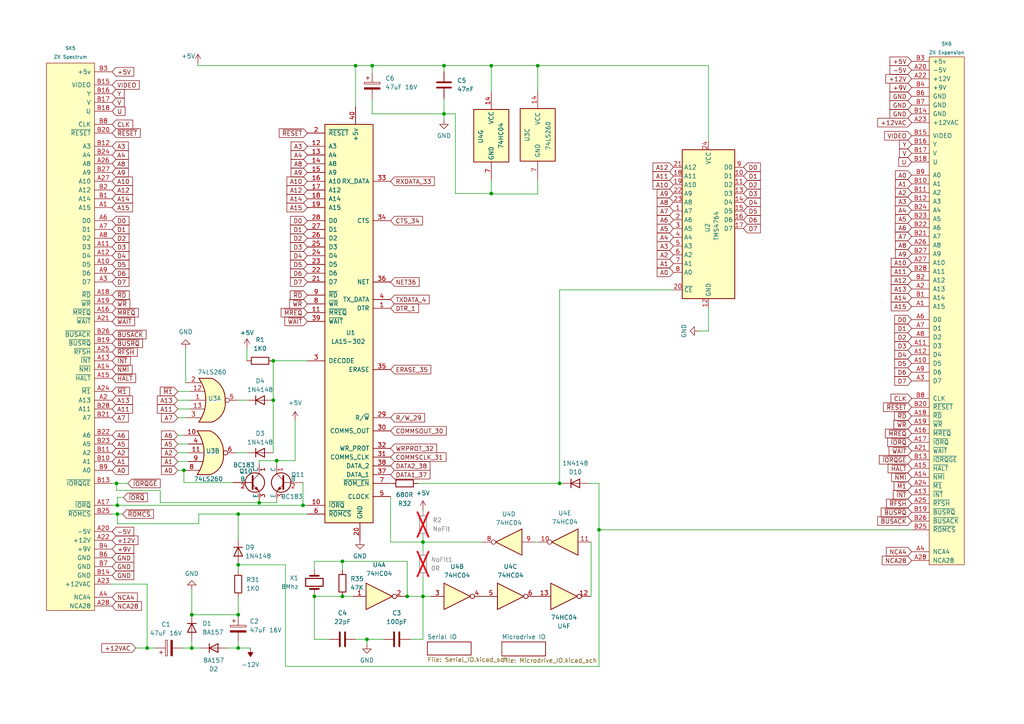
<source format=kicad_sch>
(kicad_sch (version 20230121) (generator eeschema)
  (paper "A4")
  (title_block (title "ZX Interface 1 Schematic") (date "2023-10-30") (rev "1.0"))
  (lib_symbols
    (symbol "74LS260:74LS260" (pin_names (offset 1.016))
      (property "Reference" "U" (at -2.54 5.08 0))
      (property "Value" "74LS260" (at -1.27 2.54 0))
      (symbol "74LS260_1_1"
        (pin input line (at -6.35 0 0) (length 4.5) (name "~") (number "1"))
        (pin input line (at -6.35 2.54 0) (length 4.318) (name "~") (number "12"))
        (pin input line (at -6.35 -2.54 0) (length 4.318) (name "~") (number "13"))
        (pin input line (at -7.62 5.08 0) (length 4.5) (name "~") (number "2"))
        (pin input line (at -7.62 -5.08 0) (length 4.5) (name "~") (number "3"))
        (pin output inverted (at 7.62 0 180) (length 3.81) (name "~") (number "5"))
      )
      (symbol "74LS260_2_1"
        (pin input line (at -7.62 3.81 0) (length 4.5) (name "~") (number "10"))
        (pin input line (at -6.35 -1.27 0) (length 4.5) (name "~") (number "11"))
        (pin input line (at -6.35 1.27 0) (length 4.318) (name "~") (number "4"))
        (pin output inverted (at 7.62 -1.27 180) (length 3.81) (name "~") (number "6"))
        (pin input line (at -7.62 -6.35 0) (length 4.5) (name "~") (number "8"))
        (pin input line (at -6.35 -3.81 0) (length 4.318) (name "~") (number "9"))
      )
      (symbol "74LS260_3_0"
        (pin power_in line (at -1.27 16.51 270) (length 5.08) (name "VCC") (number "14"))
        (pin power_in line (at -1.27 -8.89 90) (length 5.08) (name "GND") (number "7"))
      )
    )
    (symbol "74xx:74HC04"
      (property "Reference" "U" (at 0 1.27 0))
      (property "Value" "74HC04" (at 0 -1.27 0))
      (symbol "74HC04_1_0"
        (pin input line (at -7.62 0 0) (length 3.81) (name "~") (number "1"))
        (pin output inverted (at 7.62 0 180) (length 3.81) (name "~") (number "2"))
      )
      (symbol "74HC04_2_0"
        (pin input line (at -7.62 0 0) (length 3.81) (name "~") (number "3"))
        (pin output inverted (at 7.62 0 180) (length 3.81) (name "~") (number "4"))
      )
      (symbol "74HC04_3_0"
        (pin input line (at -7.62 0 0) (length 3.81) (name "~") (number "5"))
        (pin output inverted (at 7.62 0 180) (length 3.81) (name "~") (number "6"))
      )
      (symbol "74HC04_4_0"
        (pin output inverted (at 7.62 0 180) (length 3.81) (name "~") (number "8"))
        (pin input line (at -7.62 0 0) (length 3.81) (name "~") (number "9"))
      )
      (symbol "74HC04_5_0"
        (pin output inverted (at 7.62 0 180) (length 3.81) (name "~") (number "10"))
        (pin input line (at -7.62 0 0) (length 3.81) (name "~") (number "11"))
      )
      (symbol "74HC04_6_0"
        (pin output inverted (at 7.62 0 180) (length 3.81) (name "~") (number "12"))
        (pin input line (at -7.62 0 0) (length 3.81) (name "~") (number "13"))
      )
      (symbol "74HC04_7_0"
        (pin power_in line (at 0 12.7 270) (length 5.08) (name "VCC") (number "14"))
        (pin power_in line (at 0 -12.7 90) (length 5.08) (name "GND") (number "7"))
      )
    )
    (symbol "Device:C" (pin_numbers hide) (pin_names (offset 0.254))
      (property "Reference" "C" (at 0.635 2.54 0))
      (property "Value" "C" (at 0.635 -2.54 0))
      (symbol "C_1_1"
        (pin passive line (at 0 3.81 270) (length 2.794) (name "~") (number "1"))
        (pin passive line (at 0 -3.81 90) (length 2.794) (name "~") (number "2"))
      )
    )
    (symbol "Device:C_Polarized" (pin_numbers hide) (pin_names (offset 0.254))
      (property "Reference" "C" (at 0.635 2.54 0))
      (property "Value" "C_Polarized" (at 0.635 -2.54 0))
      (symbol "C_Polarized_1_1"
        (pin passive line (at 0 3.81 270) (length 2.794) (name "~") (number "1"))
        (pin passive line (at 0 -3.81 90) (length 2.794) (name "~") (number "2"))
      )
    )
    (symbol "Device:Crystal" (pin_numbers hide) (pin_names (offset 1.016) hide)
      (property "Reference" "Y" (at 0 3.81 0))
      (property "Value" "Crystal" (at 0 -3.81 0))
      (symbol "Crystal_1_1"
        (pin passive line (at -3.81 0 0) (length 1.27) (name "1") (number "1"))
        (pin passive line (at 3.81 0 180) (length 1.27) (name "2") (number "2"))
      )
    )
    (symbol "Device:Q_NPN_CBE" (pin_names (offset 0))
      (property "Reference" "Q" (at 5.08 1.27 0))
      (property "Value" "Q_NPN_CBE" (at 5.08 -1.27 0))
      (symbol "Q_NPN_CBE_1_1"
        (pin passive line (at 2.54 5.08 270) (length 2.54) (name "C") (number "1"))
        (pin input line (at -5.08 0 0) (length 5.715) (name "B") (number "2"))
        (pin passive line (at 2.54 -5.08 90) (length 2.54) (name "E") (number "3"))
      )
    )
    (symbol "Device:R" (pin_numbers hide) (pin_names (offset 0))
      (property "Reference" "R" (at 2.032 0 90))
      (property "Value" "R" (at 0 0 90))
      (symbol "R_1_1"
        (pin passive line (at 0 3.81 270) (length 1.27) (name "~") (number "1"))
        (pin passive line (at 0 -3.81 90) (length 1.27) (name "~") (number "2"))
      )
    )
    (symbol "Diode:1N4148" (pin_numbers hide) (pin_names hide)
      (property "Reference" "D" (at 0 2.54 0))
      (property "Value" "1N4148" (at 0 -2.54 0))
      (symbol "1N4148_1_1"
        (pin passive line (at -3.81 0 0) (length 2.54) (name "K") (number "1"))
        (pin passive line (at 3.81 0 180) (length 2.54) (name "A") (number "2"))
      )
    )
    (symbol "Diode:BA157" (pin_numbers hide) (pin_names hide)
      (property "Reference" "D" (at 0 2.54 0))
      (property "Value" "BA157" (at 0 -2.54 0))
      (symbol "BA157_1_1"
        (pin passive line (at -3.81 0 0) (length 2.54) (name "K") (number "1"))
        (pin passive line (at 3.81 0 180) (length 2.54) (name "A") (number "2"))
      )
    )
    (symbol "LA15-302:LA15-302" (pin_names (offset 1.016))
      (property "Reference" "U" (at 7.62 88.9 0))
      (property "Value" "LA15-302" (at 6.35 20.32 0))
      (symbol "LA15-302_1_1"
        (pin bidirectional line (at 22.86 29.21 180) (length 5.08) (name "DTR") (number "1"))
        (pin input line (at -1.27 -27.94 0) (length 5.08) (name "~{IORQ}") (number "10"))
        (pin bidirectional line (at -1.27 27.94 0) (length 5.08) (name "~{MREQ}") (number "11"))
        (pin tri_state line (at -1.27 76.2 0) (length 5.08) (name "A3") (number "12"))
        (pin tri_state line (at -1.27 73.66 0) (length 5.08) (name "A4") (number "13"))
        (pin tri_state line (at -1.27 71.12 0) (length 5.08) (name "A8") (number "14"))
        (pin tri_state line (at -1.27 68.58 0) (length 5.08) (name "A9") (number "15"))
        (pin tri_state line (at -1.27 66.04 0) (length 5.08) (name "A10") (number "16"))
        (pin tri_state line (at -1.27 63.5 0) (length 5.08) (name "A12") (number "17"))
        (pin tri_state line (at -1.27 60.96 0) (length 5.08) (name "A14") (number "18"))
        (pin tri_state line (at -1.27 58.42 0) (length 5.08) (name "A15") (number "19"))
        (pin input line (at -1.27 80.01 0) (length 5.08) (name "~{RESET}") (number "2"))
        (pin power_in line (at 13.97 -38.1 90) (length 5.08) (name "GND") (number "20"))
        (pin tri_state line (at -1.27 36.83 0) (length 5.08) (name "D7") (number "21"))
        (pin tri_state line (at -1.27 39.37 0) (length 5.08) (name "D6") (number "22"))
        (pin tri_state line (at -1.27 41.91 0) (length 5.08) (name "D5") (number "23"))
        (pin tri_state line (at -1.27 44.45 0) (length 5.08) (name "D4") (number "24"))
        (pin tri_state line (at -1.27 46.99 0) (length 5.08) (name "D3") (number "25"))
        (pin tri_state line (at -1.27 49.53 0) (length 5.08) (name "D2") (number "26"))
        (pin tri_state line (at -1.27 52.07 0) (length 5.08) (name "D1") (number "27"))
        (pin tri_state line (at -1.27 54.61 0) (length 5.08) (name "D0") (number "28"))
        (pin bidirectional line (at 22.86 -2.54 180) (length 5.08) (name "R/~{W}") (number "29"))
        (pin input line (at -1.27 13.97 0) (length 5.08) (name "DECODE") (number "3"))
        (pin output line (at 22.86 -6.35 180) (length 5.08) (name "COMMS_OUT") (number "30"))
        (pin bidirectional line (at 22.86 -13.97 180) (length 5.08) (name "COMMS_CLK") (number "31"))
        (pin bidirectional line (at 22.86 -11.43 180) (length 5.08) (name "WR_PROT") (number "32"))
        (pin bidirectional line (at 22.86 66.04 180) (length 5.08) (name "RX_DATA") (number "33"))
        (pin bidirectional line (at 22.86 54.61 180) (length 5.08) (name "CTS") (number "34"))
        (pin output line (at 22.86 11.43 180) (length 5.08) (name "ERASE") (number "35"))
        (pin bidirectional line (at 22.86 36.83 180) (length 5.08) (name "NET") (number "36"))
        (pin bidirectional line (at 22.86 -19.05 180) (length 5.08) (name "DATA_1") (number "37"))
        (pin bidirectional line (at 22.86 -16.51 180) (length 5.08) (name "DATA_2") (number "38"))
        (pin input line (at -1.27 25.4 0) (length 5.08) (name "~{WAIT}") (number "39"))
        (pin bidirectional line (at 22.86 31.75 180) (length 5.08) (name "TX_DATA") (number "4"))
        (pin power_in line (at 12.7 87.63 270) (length 5.08) (name "+5v") (number "40"))
        (pin input line (at 22.86 -25.4 180) (length 5.08) (name "CLOCK") (number "5"))
        (pin output line (at -1.27 -30.48 0) (length 5.08) (name "~{ROMCS}") (number "6"))
        (pin input line (at 22.86 -21.59 180) (length 5.08) (name "~{ROM_EN}") (number "7"))
        (pin bidirectional line (at -1.27 30.48 0) (length 5.08) (name "~{WR}") (number "8"))
        (pin bidirectional line (at -1.27 33.02 0) (length 5.08) (name "~{RD}") (number "9"))
      )
    )
    (symbol "Q_NPN_CBE_1" (pin_names (offset 0))
      (property "Reference" "Q" (at 5.08 1.27 0))
      (property "Value" "Q_NPN_CBE" (at 5.08 -1.27 0))
      (symbol "Q_NPN_CBE_1_1_1"
        (pin passive line (at 2.54 5.08 270) (length 2.54) (name "C") (number "1"))
        (pin input line (at -5.08 0 0) (length 5.715) (name "B") (number "2"))
        (pin passive line (at 2.54 -5.08 90) (length 2.54) (name "E") (number "3"))
      )
    )
    (symbol "R_1" (pin_numbers hide) (pin_names (offset 0) hide)
      (property "Reference" "R" (at 2.032 0 90))
      (property "Value" "R" (at 0 0 90))
      (symbol "R_1_1_1"
        (pin passive line (at 0 3.81 270) (length 1.27) (name "~") (number "1"))
        (pin passive line (at 0 -3.81 90) (length 1.27) (name "~") (number "2"))
      )
    )
    (symbol "TMS4764:TMS4764"
      (property "Reference" "U" (at -7.62 24.13 0))
      (property "Value" "TMS4764" (at -1.27 -2.54 0))
      (symbol "TMS4764_1_1"
        (pin input line (at -10.16 7.62 0) (length 2.54) (name "A7") (number "1"))
        (pin tri_state line (at 10.16 17.78 180) (length 2.54) (name "D1") (number "10"))
        (pin tri_state line (at 10.16 15.24 180) (length 2.54) (name "D2") (number "11"))
        (pin power_in line (at 0 -20.32 90) (length 2.54) (name "GND") (number "12"))
        (pin tri_state line (at 10.16 12.7 180) (length 2.54) (name "D3") (number "13"))
        (pin tri_state line (at 10.16 10.16 180) (length 2.54) (name "D4") (number "14"))
        (pin tri_state line (at 10.16 7.62 180) (length 2.54) (name "D5") (number "15"))
        (pin tri_state line (at 10.16 5.08 180) (length 2.54) (name "D6") (number "16"))
        (pin tri_state line (at 10.16 2.54 180) (length 2.54) (name "D7") (number "17"))
        (pin input line (at -10.16 17.78 0) (length 2.54) (name "A11") (number "18"))
        (pin input line (at -10.16 15.24 0) (length 2.54) (name "A10") (number "19"))
        (pin input line (at -10.16 5.08 0) (length 2.54) (name "A6") (number "2"))
        (pin input line (at -10.16 -15.24 0) (length 2.54) (name "~{CE}") (number "20"))
        (pin input line (at -10.16 20.32 0) (length 2.54) (name "A12") (number "21"))
        (pin input line (at -10.16 12.7 0) (length 2.54) (name "A9") (number "22"))
        (pin input line (at -10.16 10.16 0) (length 2.54) (name "A8") (number "23"))
        (pin power_in line (at 0 27.94 270) (length 2.54) (name "VCC") (number "24"))
        (pin input line (at -10.16 2.54 0) (length 2.54) (name "A5") (number "3"))
        (pin input line (at -10.16 0 0) (length 2.54) (name "A4") (number "4"))
        (pin input line (at -10.16 -2.54 0) (length 2.54) (name "A3") (number "5"))
        (pin input line (at -10.16 -5.08 0) (length 2.54) (name "A2") (number "6"))
        (pin input line (at -10.16 -7.62 0) (length 2.54) (name "A1") (number "7"))
        (pin input line (at -10.16 -10.16 0) (length 2.54) (name "A0") (number "8"))
        (pin tri_state line (at 10.16 20.32 180) (length 2.54) (name "D0") (number "9"))
      )
    )
    (symbol "ZXIF1Expansion2:expansion_port_2" (pin_names (offset 1.016))
      (property "Reference" "SK" (at 12.7 86.36 0))
      (property "Value" "ZX Spectrum" (at 12.7 83.82 0))
      (symbol "expansion_port_2_1_1"
        (pin tri_state line (at 22.86 10.16 180) (length 5.08) (name "A15") (number "A1"))
        (pin bidirectional line (at 22.86 -6.35 180) (length 5.08) (name "D5") (number "A10"))
        (pin bidirectional line (at 22.86 -1.27 180) (length 5.08) (name "D3") (number "A11"))
        (pin bidirectional line (at 22.86 -3.81 180) (length 5.08) (name "D4") (number "A12"))
        (pin input line (at 22.86 -44.45 180) (length 5.08) (name "~{INT}") (number "A13"))
        (pin input line (at 22.86 -39.37 180) (length 5.08) (name "~{NMI}") (number "A14"))
        (pin input line (at 22.86 -36.83 180) (length 5.08) (name "~{HALT}") (number "A15"))
        (pin output line (at 22.86 -26.67 180) (length 5.08) (name "~{MREQ}") (number "A16"))
        (pin output line (at 22.86 -29.21 180) (length 5.08) (name "~{IORQ}") (number "A17"))
        (pin output line (at 22.86 -21.59 180) (length 5.08) (name "~{RD}") (number "A18"))
        (pin output line (at 22.86 -24.13 180) (length 5.08) (name "~{WR}") (number "A19"))
        (pin tri_state line (at 22.86 15.24 180) (length 5.08) (name "A13") (number "A2"))
        (pin power_out line (at 22.86 78.74 180) (length 5.08) (name "-5V") (number "A20"))
        (pin input line (at 22.86 -31.75 180) (length 5.08) (name "~{WAIT}") (number "A21"))
        (pin power_out line (at 22.86 76.2 180) (length 5.08) (name "+12V") (number "A22"))
        (pin power_out line (at 22.86 63.5 180) (length 5.08) (name "+12VAC") (number "A23"))
        (pin output line (at 22.86 -41.91 180) (length 5.08) (name "~{M1}") (number "A24"))
        (pin input line (at 22.86 -46.99 180) (length 5.08) (name "~{RFSH}") (number "A25"))
        (pin tri_state line (at 22.86 27.94 180) (length 5.08) (name "A8") (number "A26"))
        (pin tri_state line (at 22.86 22.86 180) (length 5.08) (name "A10") (number "A27"))
        (pin bidirectional line (at 22.86 -63.5 180) (length 5.08) (name "NCA28") (number "A28"))
        (pin bidirectional line (at 22.86 -11.43 180) (length 5.08) (name "D7") (number "A3"))
        (pin bidirectional line (at 22.86 -60.96 180) (length 5.08) (name "NCA4") (number "A4"))
        (pin bidirectional line (at 22.86 6.35 180) (length 5.08) (name "D0") (number "A6"))
        (pin bidirectional line (at 22.86 3.81 180) (length 5.08) (name "D1") (number "A7"))
        (pin bidirectional line (at 22.86 1.27 180) (length 5.08) (name "D2") (number "A8"))
        (pin bidirectional line (at 22.86 -8.89 180) (length 5.08) (name "D6") (number "A9"))
        (pin tri_state line (at 22.86 12.7 180) (length 5.08) (name "A14") (number "B1"))
        (pin tri_state line (at 22.86 45.72 180) (length 5.08) (name "A1") (number "B10"))
        (pin tri_state line (at 22.86 43.18 180) (length 5.08) (name "A2") (number "B11"))
        (pin tri_state line (at 22.86 40.64 180) (length 5.08) (name "A3") (number "B12"))
        (pin input line (at 22.86 -34.29 180) (length 5.08) (name "~{IORQGE}") (number "B13"))
        (pin power_out line (at 22.86 66.04 180) (length 5.08) (name "GND") (number "B14"))
        (pin input line (at 22.86 59.69 180) (length 5.08) (name "VIDEO") (number "B15"))
        (pin input line (at 22.86 57.15 180) (length 5.08) (name "Y") (number "B16"))
        (pin input line (at 22.86 54.61 180) (length 5.08) (name "V") (number "B17"))
        (pin input line (at 22.86 52.07 180) (length 5.08) (name "U") (number "B18"))
        (pin passive line (at 22.86 -49.53 180) (length 5.08) (name "~{BUSRQ}") (number "B19"))
        (pin tri_state line (at 22.86 17.78 180) (length 5.08) (name "A12") (number "B2"))
        (pin passive line (at 22.86 -19.05 180) (length 5.08) (name "~{RESET}") (number "B20"))
        (pin tri_state line (at 22.86 30.48 180) (length 5.08) (name "A7") (number "B21"))
        (pin tri_state line (at 22.86 33.02 180) (length 5.08) (name "A6") (number "B22"))
        (pin tri_state line (at 22.86 35.56 180) (length 5.08) (name "A5") (number "B23"))
        (pin tri_state line (at 22.86 38.1 180) (length 5.08) (name "A4") (number "B24"))
        (pin input line (at 22.86 -54.61 180) (length 5.08) (name "~{ROMCS}") (number "B25"))
        (pin input line (at 22.86 -52.07 180) (length 5.08) (name "~{BUSACK}") (number "B26"))
        (pin tri_state line (at 22.86 25.4 180) (length 5.08) (name "A9") (number "B27"))
        (pin tri_state line (at 22.86 20.32 180) (length 5.08) (name "A11") (number "B28"))
        (pin power_out line (at 22.86 81.28 180) (length 5.08) (name "+5v") (number "B3"))
        (pin power_out line (at 22.86 73.66 180) (length 5.08) (name "+9V") (number "B4"))
        (pin power_out line (at 22.86 71.12 180) (length 5.08) (name "GND") (number "B6"))
        (pin power_out line (at 22.86 68.58 180) (length 5.08) (name "GND") (number "B7"))
        (pin output line (at 22.86 -16.51 180) (length 5.08) (name "CLK") (number "B8"))
        (pin tri_state line (at 22.86 48.26 180) (length 5.08) (name "A0") (number "B9"))
      )
    )
    (symbol "ZXSpectrumPort:Spectrum_port" (pin_names (offset 1.016))
      (property "Reference" "SK" (at 8.89 86.868 0))
      (property "Value" "ZX Spectrum" (at 8.89 84.328 0))
      (symbol "Spectrum_port_1_1"
        (pin tri_state line (at 22.86 40.64 180) (length 5.08) (name "A15") (number "A1"))
        (pin bidirectional line (at 22.86 24.13 180) (length 5.08) (name "D5") (number "A10"))
        (pin bidirectional line (at 22.86 29.21 180) (length 5.08) (name "D3") (number "A11"))
        (pin bidirectional line (at 22.86 26.67 180) (length 5.08) (name "D4") (number "A12"))
        (pin input line (at 22.86 -3.81 180) (length 5.08) (name "~{INT}") (number "A13"))
        (pin input line (at 22.86 -6.35 180) (length 5.08) (name "~{NMI}") (number "A14"))
        (pin input line (at 22.86 -8.89 180) (length 5.08) (name "~{HALT}") (number "A15"))
        (pin output line (at 22.86 10.16 180) (length 5.08) (name "~{MREQ}") (number "A16"))
        (pin output line (at 22.86 -45.72 180) (length 5.08) (name "~{IORQ}") (number "A17"))
        (pin output line (at 22.86 15.24 180) (length 5.08) (name "~{RD}") (number "A18"))
        (pin output line (at 22.86 12.7 180) (length 5.08) (name "~{WR}") (number "A19"))
        (pin tri_state line (at 22.86 -15.24 180) (length 5.08) (name "A13") (number "A2"))
        (pin power_out line (at 22.86 -53.34 180) (length 5.08) (name "-5V") (number "A20"))
        (pin input line (at 22.86 7.62 180) (length 5.08) (name "~{WAIT}") (number "A21"))
        (pin power_out line (at 22.86 -55.88 180) (length 5.08) (name "+12V") (number "A22"))
        (pin power_out line (at 22.86 -68.58 180) (length 5.08) (name "+12VAC") (number "A23"))
        (pin output line (at 22.86 -12.7 180) (length 5.08) (name "~{M1}") (number "A24"))
        (pin input line (at 22.86 -1.27 180) (length 5.08) (name "~{RFSH}") (number "A25"))
        (pin tri_state line (at 22.86 53.34 180) (length 5.08) (name "A8") (number "A26"))
        (pin tri_state line (at 22.86 48.26 180) (length 5.08) (name "A10") (number "A27"))
        (pin passive line (at 22.86 -74.93 180) (length 5.08) (name "NCA28") (number "A28"))
        (pin bidirectional line (at 22.86 19.05 180) (length 5.08) (name "D7") (number "A3"))
        (pin passive line (at 22.86 -72.39 180) (length 5.08) (name "NCA4") (number "A4"))
        (pin bidirectional line (at 22.86 36.83 180) (length 5.08) (name "D0") (number "A6"))
        (pin bidirectional line (at 22.86 34.29 180) (length 5.08) (name "D1") (number "A7"))
        (pin bidirectional line (at 22.86 31.75 180) (length 5.08) (name "D2") (number "A8"))
        (pin bidirectional line (at 22.86 21.59 180) (length 5.08) (name "D6") (number "A9"))
        (pin tri_state line (at 22.86 43.18 180) (length 5.08) (name "A14") (number "B1"))
        (pin tri_state line (at 22.86 -33.02 180) (length 5.08) (name "A1") (number "B10"))
        (pin tri_state line (at 22.86 -30.48 180) (length 5.08) (name "A2") (number "B11"))
        (pin tri_state line (at 22.86 58.42 180) (length 5.08) (name "A3") (number "B12"))
        (pin input line (at 22.86 -39.37 180) (length 5.08) (name "~{IORQGE}") (number "B13"))
        (pin passive line (at 22.86 -66.04 180) (length 5.08) (name "GND") (number "B14"))
        (pin input line (at 22.86 76.2 180) (length 5.08) (name "VIDEO") (number "B15"))
        (pin input line (at 22.86 73.66 180) (length 5.08) (name "Y") (number "B16"))
        (pin input line (at 22.86 71.12 180) (length 5.08) (name "V") (number "B17"))
        (pin input line (at 22.86 68.58 180) (length 5.08) (name "U") (number "B18"))
        (pin passive line (at 22.86 1.27 180) (length 5.08) (name "~{BUSRQ}") (number "B19"))
        (pin tri_state line (at 22.86 45.72 180) (length 5.08) (name "A12") (number "B2"))
        (pin passive line (at 22.86 62.23 180) (length 5.08) (name "~{RESET}") (number "B20"))
        (pin tri_state line (at 22.86 -20.32 180) (length 5.08) (name "A7") (number "B21"))
        (pin tri_state line (at 22.86 -25.4 180) (length 5.08) (name "A6") (number "B22"))
        (pin tri_state line (at 22.86 -27.94 180) (length 5.08) (name "A5") (number "B23"))
        (pin tri_state line (at 22.86 55.88 180) (length 5.08) (name "A4") (number "B24"))
        (pin input line (at 22.86 -48.26 180) (length 5.08) (name "~{ROMCS}") (number "B25"))
        (pin input line (at 22.86 3.81 180) (length 5.08) (name "~{BUSACK}") (number "B26"))
        (pin tri_state line (at 22.86 50.8 180) (length 5.08) (name "A9") (number "B27"))
        (pin tri_state line (at 22.86 -17.78 180) (length 5.08) (name "A11") (number "B28"))
        (pin power_out line (at 22.86 80.01 180) (length 5.08) (name "+5v") (number "B3"))
        (pin power_out line (at 22.86 -58.42 180) (length 5.08) (name "+9V") (number "B4"))
        (pin power_out line (at 22.86 -60.96 180) (length 5.08) (name "GND") (number "B6"))
        (pin passive line (at 22.86 -63.5 180) (length 5.08) (name "GND") (number "B7"))
        (pin output line (at 22.86 64.77 180) (length 5.08) (name "CLK") (number "B8"))
        (pin tri_state line (at 22.86 -35.56 180) (length 5.08) (name "A0") (number "B9"))
      )
    )
    (symbol "power:+5V" (power) (pin_names (offset 0))
      (property "Value" "+5V" (at 0 3.556 0))
      (symbol "+5V_1_1"
        (pin power_in line (at 0 0 90) (length 0) hide (name "+5V") (number "1"))
      )
    )
    (symbol "power:-12V" (power) (pin_names (offset 0))
      (property "Value" "-12V" (at 0 3.81 0))
      (symbol "-12V_0_0"
        (pin power_in line (at 0 0 90) (length 0) hide (name "-12V") (number "1"))
      )
    )
    (symbol "power:GND" (power) (pin_names (offset 0))
      (property "Value" "GND" (at 0 -3.81 0))
      (symbol "GND_1_1"
        (pin power_in line (at 0 0 270) (length 0) hide (name "GND") (number "1"))
      )
    )
  )
  (junction (at 162.306 140.208))
  (junction (at 128.778 19.05))
  (junction (at 53.34 136.398))
  (junction (at 142.494 56.134))
  (junction (at 99.314 172.974))
  (junction (at 75.184 145.796))
  (junction (at 80.264 133.604))
  (junction (at 33.782 140.208))
  (junction (at 118.11 172.974))
  (junction (at 79.248 104.648))
  (junction (at 69.088 187.96))
  (junction (at 128.778 33.02))
  (junction (at 87.884 146.558))
  (junction (at 91.186 172.974))
  (junction (at 42.672 187.96))
  (junction (at 34.036 146.558))
  (junction (at 107.95 19.05))
  (junction (at 55.626 187.96))
  (junction (at 34.036 149.098))
  (junction (at 122.682 157.226))
  (junction (at 142.494 19.05))
  (junction (at 173.736 153.67))
  (junction (at 79.248 116.078))
  (junction (at 69.088 178.308))
  (junction (at 55.626 178.308))
  (junction (at 106.426 185.42))
  (junction (at 103.124 19.05))
  (junction (at 122.682 172.974))
  (junction (at 99.314 162.814))
  (junction (at 69.088 163.83))
  (junction (at 155.956 19.05))
  (junction (at 69.088 149.098))
  (wire (pts (xy 46.482 145.796) (xy 75.184 145.796)))
  (wire (pts (xy 91.186 172.974) (xy 91.186 172.72)))
  (wire (pts (xy 122.682 172.974) (xy 122.682 185.42)))
  (wire (pts (xy 128.778 28.448) (xy 128.778 33.02)))
  (wire (pts (xy 57.404 19.05) (xy 103.124 19.05)))
  (wire (pts (xy 57.658 149.098) (xy 57.658 151.892)))
  (wire (pts (xy 32.512 169.418) (xy 42.672 169.418)))
  (wire (pts (xy 69.088 186.182) (xy 69.088 187.96)))
  (wire (pts (xy 107.95 33.02) (xy 107.95 28.702)))
  (wire (pts (xy 128.778 19.05) (xy 142.494 19.05)))
  (wire (pts (xy 103.124 19.05) (xy 103.124 30.988)))
  (wire (pts (xy 103.124 185.42) (xy 106.426 185.42)))
  (wire (pts (xy 122.682 167.386) (xy 122.682 172.974)))
  (wire (pts (xy 42.672 187.96) (xy 45.212 187.96)))
  (wire (pts (xy 128.778 19.05) (xy 128.778 20.828)))
  (wire (pts (xy 173.736 153.67) (xy 264.414 153.67)))
  (wire (pts (xy 171.45 157.226) (xy 171.45 172.974)))
  (wire (pts (xy 34.036 151.892) (xy 34.036 149.098)))
  (wire (pts (xy 155.702 172.974) (xy 155.956 172.974)))
  (wire (pts (xy 91.186 162.814) (xy 91.186 165.1)))
  (wire (pts (xy 142.494 56.134) (xy 132.08 56.134)))
  (wire (pts (xy 34.036 146.558) (xy 87.884 146.558)))
  (wire (pts (xy 106.426 186.944) (xy 106.426 185.42)))
  (wire (pts (xy 71.628 100.838) (xy 71.628 104.648)))
  (wire (pts (xy 65.786 187.96) (xy 69.088 187.96)))
  (wire (pts (xy 173.736 153.67) (xy 173.736 193.294)))
  (wire (pts (xy 132.08 33.02) (xy 128.778 33.02)))
  (wire (pts (xy 75.184 133.604) (xy 80.264 133.604)))
  (wire (pts (xy 117.602 172.974) (xy 118.11 172.974)))
  (wire (pts (xy 55.118 113.538) (xy 51.562 113.538)))
  (wire (pts (xy 128.778 34.798) (xy 128.778 33.02)))
  (wire (pts (xy 34.036 144.272) (xy 34.036 146.558)))
  (wire (pts (xy 140.208 172.974) (xy 140.462 172.974)))
  (wire (pts (xy 51.562 131.318) (xy 54.61 131.318)))
  (wire (pts (xy 53.848 101.092) (xy 53.848 110.998)))
  (wire (pts (xy 42.672 169.418) (xy 42.672 187.96)))
  (wire (pts (xy 82.804 193.294) (xy 173.736 193.294)))
  (wire (pts (xy 91.186 162.814) (xy 99.314 162.814)))
  (wire (pts (xy 55.626 187.96) (xy 58.166 187.96)))
  (wire (pts (xy 142.494 56.261) (xy 155.956 56.261)))
  (wire (pts (xy 107.95 19.05) (xy 107.95 21.082)))
  (wire (pts (xy 51.562 118.618) (xy 55.118 118.618)))
  (wire (pts (xy 205.486 89.154) (xy 205.486 96.012)))
  (wire (pts (xy 113.284 140.208) (xy 113.538 140.208)))
  (wire (pts (xy 142.494 56.134) (xy 142.494 52.07)))
  (wire (pts (xy 113.284 157.226) (xy 122.682 157.226)))
  (wire (pts (xy 162.306 84.074) (xy 162.306 140.208)))
  (wire (pts (xy 80.264 145.034) (xy 80.264 145.796)))
  (wire (pts (xy 82.804 193.294) (xy 82.804 163.83)))
  (wire (pts (xy 118.11 172.974) (xy 122.682 172.974)))
  (wire (pts (xy 118.872 185.42) (xy 122.682 185.42)))
  (wire (pts (xy 33.782 140.208) (xy 33.782 142.24)))
  (wire (pts (xy 34.036 149.098) (xy 32.512 149.098)))
  (wire (pts (xy 91.186 172.974) (xy 99.314 172.974)))
  (wire (pts (xy 69.088 163.83) (xy 69.088 165.608)))
  (wire (pts (xy 205.486 19.05) (xy 155.956 19.05)))
  (wire (pts (xy 75.184 133.604) (xy 75.184 134.874)))
  (wire (pts (xy 80.264 133.604) (xy 85.598 133.604)))
  (wire (pts (xy 170.688 140.208) (xy 173.736 140.208)))
  (wire (pts (xy 69.088 149.098) (xy 89.154 149.098)))
  (wire (pts (xy 91.186 172.974) (xy 91.186 185.42)))
  (wire (pts (xy 162.306 84.074) (xy 195.326 84.074)))
  (wire (pts (xy 79.248 104.648) (xy 89.154 104.648)))
  (wire (pts (xy 113.284 144.018) (xy 113.284 157.226)))
  (wire (pts (xy 39.37 187.96) (xy 42.672 187.96)))
  (wire (pts (xy 52.832 187.96) (xy 55.626 187.96)))
  (wire (pts (xy 69.088 178.308) (xy 69.088 178.562)))
  (wire (pts (xy 69.088 149.098) (xy 69.088 156.21)))
  (wire (pts (xy 82.804 163.83) (xy 69.088 163.83)))
  (wire (pts (xy 87.884 139.954) (xy 87.884 146.558)))
  (wire (pts (xy 51.562 133.858) (xy 54.61 133.858)))
  (wire (pts (xy 69.088 187.96) (xy 72.644 187.96)))
  (wire (pts (xy 142.494 56.261) (xy 142.494 56.134)))
  (wire (pts (xy 91.186 185.42) (xy 95.504 185.42)))
  (wire (pts (xy 53.34 139.954) (xy 67.564 139.954)))
  (wire (pts (xy 118.11 162.814) (xy 118.11 172.974)))
  (wire (pts (xy 162.306 140.208) (xy 163.068 140.208)))
  (wire (pts (xy 132.08 33.02) (xy 132.08 56.134)))
  (wire (pts (xy 99.314 162.814) (xy 99.314 165.354)))
  (wire (pts (xy 173.736 140.208) (xy 173.736 153.67)))
  (wire (pts (xy 51.562 136.398) (xy 53.34 136.398)))
  (wire (pts (xy 155.956 56.261) (xy 155.956 51.816)))
  (wire (pts (xy 80.264 134.874) (xy 80.264 133.604)))
  (wire (pts (xy 102.362 172.974) (xy 99.314 172.974)))
  (wire (pts (xy 122.682 157.226) (xy 122.682 155.956)))
  (wire (pts (xy 107.95 19.05) (xy 128.778 19.05)))
  (wire (pts (xy 122.682 159.766) (xy 122.682 157.226)))
  (wire (pts (xy 57.404 18.288) (xy 57.404 19.05)))
  (wire (pts (xy 121.158 140.208) (xy 162.306 140.208)))
  (wire (pts (xy 32.512 140.208) (xy 33.782 140.208)))
  (wire (pts (xy 51.562 128.778) (xy 54.61 128.778)))
  (wire (pts (xy 33.782 140.208) (xy 37.084 140.208)))
  (wire (pts (xy 46.482 142.24) (xy 46.482 145.796)))
  (wire (pts (xy 75.184 145.034) (xy 75.184 145.796)))
  (wire (pts (xy 142.494 19.05) (xy 142.494 26.67)))
  (wire (pts (xy 34.036 146.558) (xy 32.512 146.558)))
  (wire (pts (xy 155.956 19.05) (xy 142.494 19.05)))
  (wire (pts (xy 155.194 157.226) (xy 156.21 157.226)))
  (wire (pts (xy 107.95 19.05) (xy 103.124 19.05)))
  (wire (pts (xy 107.95 33.02) (xy 128.778 33.02)))
  (wire (pts (xy 55.626 185.928) (xy 55.626 187.96)))
  (wire (pts (xy 122.682 157.226) (xy 139.954 157.226)))
  (wire (pts (xy 79.248 104.648) (xy 79.248 116.078)))
  (wire (pts (xy 205.486 19.05) (xy 205.486 40.894)))
  (wire (pts (xy 171.45 172.974) (xy 171.196 172.974)))
  (wire (pts (xy 35.56 149.098) (xy 34.036 149.098)))
  (wire (pts (xy 122.682 147.828) (xy 122.682 148.336)))
  (wire (pts (xy 57.658 151.892) (xy 34.036 151.892)))
  (wire (pts (xy 51.562 121.158) (xy 53.848 121.158)))
  (wire (pts (xy 155.956 26.416) (xy 155.956 19.05)))
  (wire (pts (xy 122.682 172.974) (xy 124.968 172.974)))
  (wire (pts (xy 35.814 144.272) (xy 34.036 144.272)))
  (wire (pts (xy 55.626 178.308) (xy 69.088 178.308)))
  (wire (pts (xy 55.626 178.308) (xy 55.626 170.942)))
  (wire (pts (xy 69.088 173.228) (xy 69.088 178.308)))
  (wire (pts (xy 57.658 149.098) (xy 69.088 149.098)))
  (wire (pts (xy 33.782 142.24) (xy 46.482 142.24)))
  (wire (pts (xy 85.598 121.92) (xy 85.598 133.604)))
  (wire (pts (xy 51.562 126.238) (xy 53.34 126.238)))
  (wire (pts (xy 68.58 131.318) (xy 71.628 131.318)))
  (wire (pts (xy 75.184 145.796) (xy 80.264 145.796)))
  (wire (pts (xy 205.486 96.012) (xy 202.692 96.012)))
  (wire (pts (xy 99.314 162.814) (xy 118.11 162.814)))
  (wire (pts (xy 79.248 116.078) (xy 79.248 131.318)))
  (wire (pts (xy 53.34 136.398) (xy 53.34 139.954)))
  (wire (pts (xy 69.088 116.078) (xy 71.628 116.078)))
  (wire (pts (xy 106.426 185.42) (xy 111.252 185.42)))
  (wire (pts (xy 55.118 116.078) (xy 51.562 116.078)))
  (wire (pts (xy 87.884 146.558) (xy 89.154 146.558)))
  (global_label "A13" (shape input) (at 264.414 83.82 180) (property "Intersheetrefs" "${INTERSHEET_REFS}" (at 257.9212 83.82 0) (effects (justify right))))
  (global_label "TXDATA_4" (shape input) (at 113.284 86.868 0) (property "Intersheetrefs" "${INTERSHEET_REFS}" (at 125.0382 86.868 0) (effects (justify left))))
  (global_label "~{WAIT}" (shape input) (at 264.414 130.81 180) (property "Intersheetrefs" "${INTERSHEET_REFS}" (at 257.3164 130.81 0) (effects (justify right))))
  (global_label "D0" (shape input) (at 264.414 92.71 180) (property "Intersheetrefs" "${INTERSHEET_REFS}" (at 258.9493 92.71 0) (effects (justify right))))
  (global_label "A3" (shape input) (at 89.154 42.418 180) (property "Intersheetrefs" "${INTERSHEET_REFS}" (at 83.8707 42.418 0) (effects (justify right))))
  (global_label "GND" (shape input) (at 264.414 27.94 180) (property "Intersheetrefs" "${INTERSHEET_REFS}" (at 257.5583 27.94 0) (effects (justify right))))
  (global_label "A12" (shape input) (at 32.512 55.118 0) (property "Intersheetrefs" "${INTERSHEET_REFS}" (at 39.0048 55.118 0) (effects (justify left))))
  (global_label "~{INT}" (shape input) (at 264.414 143.51 180) (property "Intersheetrefs" "${INTERSHEET_REFS}" (at 258.5259 143.51 0) (effects (justify right))))
  (global_label "COMMSOUT_30" (shape input) (at 113.284 124.968 0) (property "Intersheetrefs" "${INTERSHEET_REFS}" (at 129.9972 124.968 0) (effects (justify left))))
  (global_label "U" (shape input) (at 32.512 32.258 0) (property "Intersheetrefs" "${INTERSHEET_REFS}" (at 36.8277 32.258 0) (effects (justify left))))
  (global_label "A8" (shape input) (at 195.326 58.674 180) (property "Intersheetrefs" "${INTERSHEET_REFS}" (at 190.0427 58.674 0) (effects (justify right))))
  (global_label "VIDEO" (shape input) (at 32.512 24.638 0) (property "Intersheetrefs" "${INTERSHEET_REFS}" (at 40.9401 24.638 0) (effects (justify left))))
  (global_label "~{NMI}" (shape input) (at 264.414 138.43 180) (property "Intersheetrefs" "${INTERSHEET_REFS}" (at 258.0421 138.43 0) (effects (justify right))))
  (global_label "GND" (shape input) (at 32.512 166.878 0) (property "Intersheetrefs" "${INTERSHEET_REFS}" (at 39.3677 166.878 0) (effects (justify left))))
  (global_label "A7" (shape input) (at 51.562 121.158 180) (property "Intersheetrefs" "${INTERSHEET_REFS}" (at 46.2787 121.158 0) (effects (justify right))))
  (global_label "A4" (shape input) (at 89.154 44.958 180) (property "Intersheetrefs" "${INTERSHEET_REFS}" (at 83.8707 44.958 0) (effects (justify right))))
  (global_label "+5V" (shape input) (at 32.512 20.828 0) (property "Intersheetrefs" "${INTERSHEET_REFS}" (at 39.3677 20.828 0) (effects (justify left))))
  (global_label "D2" (shape input) (at 215.646 53.594 0) (property "Intersheetrefs" "${INTERSHEET_REFS}" (at 221.1107 53.594 0) (effects (justify left))))
  (global_label "D7" (shape input) (at 32.512 81.788 0) (property "Intersheetrefs" "${INTERSHEET_REFS}" (at 37.9767 81.788 0) (effects (justify left))))
  (global_label "A1" (shape input) (at 264.414 53.34 180) (property "Intersheetrefs" "${INTERSHEET_REFS}" (at 259.1307 53.34 0) (effects (justify right))))
  (global_label "A12" (shape input) (at 264.414 81.28 180) (property "Intersheetrefs" "${INTERSHEET_REFS}" (at 257.9212 81.28 0) (effects (justify right))))
  (global_label "V" (shape input) (at 264.414 44.45 180) (property "Intersheetrefs" "${INTERSHEET_REFS}" (at 260.3402 44.45 0) (effects (justify right))))
  (global_label "A5" (shape input) (at 51.562 128.778 180) (property "Intersheetrefs" "${INTERSHEET_REFS}" (at 46.2787 128.778 0) (effects (justify right))))
  (global_label "A6" (shape input) (at 264.414 66.04 180) (property "Intersheetrefs" "${INTERSHEET_REFS}" (at 259.1307 66.04 0) (effects (justify right))))
  (global_label "~{NMI}" (shape input) (at 32.512 107.188 0) (property "Intersheetrefs" "${INTERSHEET_REFS}" (at 38.8839 107.188 0) (effects (justify left))))
  (global_label "A3" (shape input) (at 32.512 42.418 0) (property "Intersheetrefs" "${INTERSHEET_REFS}" (at 37.7953 42.418 0) (effects (justify left))))
  (global_label "A1" (shape input) (at 195.326 76.454 180) (property "Intersheetrefs" "${INTERSHEET_REFS}" (at 190.0427 76.454 0) (effects (justify right))))
  (global_label "A9" (shape input) (at 89.154 50.038 180) (property "Intersheetrefs" "${INTERSHEET_REFS}" (at 83.8707 50.038 0) (effects (justify right))))
  (global_label "~{RFSH}" (shape input) (at 264.414 146.05 180) (property "Intersheetrefs" "${INTERSHEET_REFS}" (at 256.5302 146.05 0) (effects (justify right))))
  (global_label "A10" (shape input) (at 32.512 52.578 0) (property "Intersheetrefs" "${INTERSHEET_REFS}" (at 39.0048 52.578 0) (effects (justify left))))
  (global_label "A15" (shape input) (at 264.414 88.9 180) (property "Intersheetrefs" "${INTERSHEET_REFS}" (at 257.9212 88.9 0) (effects (justify right))))
  (global_label "A0" (shape input) (at 32.512 136.398 0) (property "Intersheetrefs" "${INTERSHEET_REFS}" (at 37.7953 136.398 0) (effects (justify left))))
  (global_label "WRPROT_32" (shape input) (at 113.284 130.048 0) (property "Intersheetrefs" "${INTERSHEET_REFS}" (at 127.2153 130.048 0) (effects (justify left))))
  (global_label "GND" (shape input) (at 264.414 33.02 180) (property "Intersheetrefs" "${INTERSHEET_REFS}" (at 257.5583 33.02 0) (effects (justify right))))
  (global_label "D7" (shape input) (at 264.414 110.49 180) (property "Intersheetrefs" "${INTERSHEET_REFS}" (at 258.9493 110.49 0) (effects (justify right))))
  (global_label "A14" (shape input) (at 264.414 86.36 180) (property "Intersheetrefs" "${INTERSHEET_REFS}" (at 257.9212 86.36 0) (effects (justify right))))
  (global_label "~{BUSRQ}" (shape input) (at 32.512 99.568 0) (property "Intersheetrefs" "${INTERSHEET_REFS}" (at 41.9077 99.568 0) (effects (justify left))))
  (global_label "A7" (shape input) (at 264.414 68.58 180) (property "Intersheetrefs" "${INTERSHEET_REFS}" (at 259.1307 68.58 0) (effects (justify right))))
  (global_label "A2" (shape input) (at 51.562 131.318 180) (property "Intersheetrefs" "${INTERSHEET_REFS}" (at 46.2787 131.318 0) (effects (justify right))))
  (global_label "NCA28" (shape input) (at 264.414 162.56 180) (property "Intersheetrefs" "${INTERSHEET_REFS}" (at 255.3207 162.56 0) (effects (justify right))))
  (global_label "D5" (shape input) (at 32.512 76.708 0) (property "Intersheetrefs" "${INTERSHEET_REFS}" (at 37.9767 76.708 0) (effects (justify left))))
  (global_label "~{RESET}" (shape input) (at 32.512 38.608 0) (property "Intersheetrefs" "${INTERSHEET_REFS}" (at 41.2423 38.608 0) (effects (justify left))))
  (global_label "D0" (shape input) (at 89.154 64.008 180) (property "Intersheetrefs" "${INTERSHEET_REFS}" (at 83.6893 64.008 0) (effects (justify right))))
  (global_label "RXDATA_33" (shape input) (at 113.284 52.578 0) (property "Intersheetrefs" "${INTERSHEET_REFS}" (at 126.5501 52.578 0) (effects (justify left))))
  (global_label "GND" (shape input) (at 264.414 30.48 180) (property "Intersheetrefs" "${INTERSHEET_REFS}" (at 257.5583 30.48 0) (effects (justify right))))
  (global_label "DATA2_38" (shape input) (at 113.284 135.128 0) (property "Intersheetrefs" "${INTERSHEET_REFS}" (at 125.2801 135.128 0) (effects (justify left))))
  (global_label "A4" (shape input) (at 195.326 68.834 180) (property "Intersheetrefs" "${INTERSHEET_REFS}" (at 190.0427 68.834 0) (effects (justify right))))
  (global_label "D4" (shape input) (at 215.646 58.674 0) (property "Intersheetrefs" "${INTERSHEET_REFS}" (at 221.1107 58.674 0) (effects (justify left))))
  (global_label "~{MREQ}" (shape input) (at 264.414 125.73 180) (property "Intersheetrefs" "${INTERSHEET_REFS}" (at 256.2279 125.73 0) (effects (justify right))))
  (global_label "A5" (shape input) (at 195.326 66.294 180) (property "Intersheetrefs" "${INTERSHEET_REFS}" (at 190.0427 66.294 0) (effects (justify right))))
  (global_label "~{BUSRQ}" (shape input) (at 264.414 148.59 180) (property "Intersheetrefs" "${INTERSHEET_REFS}" (at 255.0183 148.59 0) (effects (justify right))))
  (global_label "A0" (shape input) (at 264.414 50.8 180) (property "Intersheetrefs" "${INTERSHEET_REFS}" (at 259.1307 50.8 0) (effects (justify right))))
  (global_label "V" (shape input) (at 32.512 29.718 0) (property "Intersheetrefs" "${INTERSHEET_REFS}" (at 36.5858 29.718 0) (effects (justify left))))
  (global_label "D2" (shape input) (at 89.154 69.088 180) (property "Intersheetrefs" "${INTERSHEET_REFS}" (at 83.6893 69.088 0) (effects (justify right))))
  (global_label "D1" (shape input) (at 89.154 66.548 180) (property "Intersheetrefs" "${INTERSHEET_REFS}" (at 83.6893 66.548 0) (effects (justify right))))
  (global_label "D4" (shape input) (at 89.154 74.168 180) (property "Intersheetrefs" "${INTERSHEET_REFS}" (at 83.6893 74.168 0) (effects (justify right))))
  (global_label "A10" (shape input) (at 89.154 52.578 180) (property "Intersheetrefs" "${INTERSHEET_REFS}" (at 82.6612 52.578 0) (effects (justify right))))
  (global_label "D0" (shape input) (at 32.512 64.008 0) (property "Intersheetrefs" "${INTERSHEET_REFS}" (at 37.9767 64.008 0) (effects (justify left))))
  (global_label "~{M1}" (shape input) (at 51.562 113.538 180) (property "Intersheetrefs" "${INTERSHEET_REFS}" (at 45.9159 113.538 0) (effects (justify right))))
  (global_label "A0" (shape input) (at 195.326 78.994 180) (property "Intersheetrefs" "${INTERSHEET_REFS}" (at 190.0427 78.994 0) (effects (justify right))))
  (global_label "~{RESET}" (shape input) (at 89.154 38.608 180) (property "Intersheetrefs" "${INTERSHEET_REFS}" (at 80.4237 38.608 0) (effects (justify right))))
  (global_label "A3" (shape input) (at 195.326 71.374 180) (property "Intersheetrefs" "${INTERSHEET_REFS}" (at 190.0427 71.374 0) (effects (justify right))))
  (global_label "~{IORQGE}" (shape input) (at 264.414 133.35 180) (property "Intersheetrefs" "${INTERSHEET_REFS}" (at 254.474 133.35 0) (effects (justify right))))
  (global_label "A5" (shape input) (at 264.414 63.5 180) (property "Intersheetrefs" "${INTERSHEET_REFS}" (at 259.1307 63.5 0) (effects (justify right))))
  (global_label "D1" (shape input) (at 215.646 51.054 0) (property "Intersheetrefs" "${INTERSHEET_REFS}" (at 221.1107 51.054 0) (effects (justify left))))
  (global_label "A14" (shape input) (at 89.154 57.658 180) (property "Intersheetrefs" "${INTERSHEET_REFS}" (at 82.6612 57.658 0) (effects (justify right))))
  (global_label "+12V" (shape input) (at 264.414 22.86 180) (property "Intersheetrefs" "${INTERSHEET_REFS}" (at 256.3488 22.86 0) (effects (justify right))))
  (global_label "D7" (shape input) (at 215.646 66.294 0) (property "Intersheetrefs" "${INTERSHEET_REFS}" (at 221.1107 66.294 0) (effects (justify left))))
  (global_label "R{slash}W_29" (shape input) (at 113.284 121.158 0) (property "Intersheetrefs" "${INTERSHEET_REFS}" (at 123.7077 121.158 0) (effects (justify left))))
  (global_label "~{BUSACK}" (shape input) (at 32.512 97.028 0) (property "Intersheetrefs" "${INTERSHEET_REFS}" (at 42.9358 97.028 0) (effects (justify left))))
  (global_label "~{RD}" (shape input) (at 264.414 120.65 180) (property "Intersheetrefs" "${INTERSHEET_REFS}" (at 258.8888 120.65 0) (effects (justify right))))
  (global_label "A8" (shape input) (at 89.154 47.498 180) (property "Intersheetrefs" "${INTERSHEET_REFS}" (at 83.8707 47.498 0) (effects (justify right))))
  (global_label "D7" (shape input) (at 89.154 81.788 180) (property "Intersheetrefs" "${INTERSHEET_REFS}" (at 83.6893 81.788 0) (effects (justify right))))
  (global_label "~{INT}" (shape input) (at 32.512 104.648 0) (property "Intersheetrefs" "${INTERSHEET_REFS}" (at 38.4001 104.648 0) (effects (justify left))))
  (global_label "~{MREQ}" (shape input) (at 32.512 90.678 0) (property "Intersheetrefs" "${INTERSHEET_REFS}" (at 40.6981 90.678 0) (effects (justify left))))
  (global_label "+9V" (shape input) (at 264.414 25.4 180) (property "Intersheetrefs" "${INTERSHEET_REFS}" (at 257.5583 25.4 0) (effects (justify right))))
  (global_label "NCA4" (shape input) (at 264.414 160.02 180) (property "Intersheetrefs" "${INTERSHEET_REFS}" (at 256.5302 160.02 0) (effects (justify right))))
  (global_label "CLK" (shape input) (at 32.512 36.068 0) (property "Intersheetrefs" "${INTERSHEET_REFS}" (at 39.0653 36.068 0) (effects (justify left))))
  (global_label "D5" (shape input) (at 264.414 105.41 180) (property "Intersheetrefs" "${INTERSHEET_REFS}" (at 258.9493 105.41 0) (effects (justify right))))
  (global_label "A2" (shape input) (at 195.326 73.914 180) (property "Intersheetrefs" "${INTERSHEET_REFS}" (at 190.0427 73.914 0) (effects (justify right))))
  (global_label "A9" (shape input) (at 264.414 73.66 180) (property "Intersheetrefs" "${INTERSHEET_REFS}" (at 259.1307 73.66 0) (effects (justify right))))
  (global_label "A11" (shape input) (at 32.512 118.618 0) (property "Intersheetrefs" "${INTERSHEET_REFS}" (at 39.0048 118.618 0) (effects (justify left))))
  (global_label "A9" (shape input) (at 195.326 56.134 180) (property "Intersheetrefs" "${INTERSHEET_REFS}" (at 190.0427 56.134 0) (effects (justify right))))
  (global_label "VIDEO" (shape input) (at 264.414 39.37 180) (property "Intersheetrefs" "${INTERSHEET_REFS}" (at 255.9859 39.37 0) (effects (justify right))))
  (global_label "Y" (shape input) (at 32.512 27.178 0) (property "Intersheetrefs" "${INTERSHEET_REFS}" (at 36.5858 27.178 0) (effects (justify left))))
  (global_label "+12V" (shape input) (at 32.512 156.718 0) (property "Intersheetrefs" "${INTERSHEET_REFS}" (at 40.5772 156.718 0) (effects (justify left))))
  (global_label "A15" (shape input) (at 32.512 60.198 0) (property "Intersheetrefs" "${INTERSHEET_REFS}" (at 39.0048 60.198 0) (effects (justify left))))
  (global_label "A12" (shape input) (at 195.326 48.514 180) (property "Intersheetrefs" "${INTERSHEET_REFS}" (at 188.8332 48.514 0) (effects (justify right))))
  (global_label "~{WR}" (shape input) (at 264.414 123.19 180) (property "Intersheetrefs" "${INTERSHEET_REFS}" (at 258.7074 123.19 0) (effects (justify right))))
  (global_label "A8" (shape input) (at 32.512 47.498 0) (property "Intersheetrefs" "${INTERSHEET_REFS}" (at 37.7953 47.498 0) (effects (justify left))))
  (global_label "~{RESET}" (shape input) (at 264.414 118.11 180) (property "Intersheetrefs" "${INTERSHEET_REFS}" (at 255.6837 118.11 0) (effects (justify right))))
  (global_label "A12" (shape input) (at 89.154 55.118 180) (property "Intersheetrefs" "${INTERSHEET_REFS}" (at 82.6612 55.118 0) (effects (justify right))))
  (global_label "Y" (shape input) (at 264.414 41.91 180) (property "Intersheetrefs" "${INTERSHEET_REFS}" (at 260.3402 41.91 0) (effects (justify right))))
  (global_label "GND" (shape input) (at 32.512 161.798 0) (property "Intersheetrefs" "${INTERSHEET_REFS}" (at 39.3677 161.798 0) (effects (justify left))))
  (global_label "~{ROMCS}" (shape input) (at 35.56 149.098 0) (property "Intersheetrefs" "${INTERSHEET_REFS}" (at 45.0766 149.098 0) (effects (justify left))))
  (global_label "A1" (shape input) (at 32.512 133.858 0) (property "Intersheetrefs" "${INTERSHEET_REFS}" (at 37.7953 133.858 0) (effects (justify left))))
  (global_label "A7" (shape input) (at 195.326 61.214 180) (property "Intersheetrefs" "${INTERSHEET_REFS}" (at 190.0427 61.214 0) (effects (justify right))))
  (global_label "CTS_34" (shape input) (at 113.284 64.008 0) (property "Intersheetrefs" "${INTERSHEET_REFS}" (at 123.1029 64.008 0) (effects (justify left))))
  (global_label "A5" (shape input) (at 32.512 128.778 0) (property "Intersheetrefs" "${INTERSHEET_REFS}" (at 37.7953 128.778 0) (effects (justify left))))
  (global_label "+9V" (shape input) (at 32.512 159.258 0) (property "Intersheetrefs" "${INTERSHEET_REFS}" (at 39.3677 159.258 0) (effects (justify left))))
  (global_label "~{RD}" (shape input) (at 89.154 85.598 180) (property "Intersheetrefs" "${INTERSHEET_REFS}" (at 83.6288 85.598 0) (effects (justify right))))
  (global_label "DATA1_37" (shape input) (at 113.284 137.668 0) (property "Intersheetrefs" "${INTERSHEET_REFS}" (at 125.2801 137.668 0) (effects (justify left))))
  (global_label "~{MREQ}" (shape input) (at 89.154 90.678 180) (property "Intersheetrefs" "${INTERSHEET_REFS}" (at 80.9679 90.678 0) (effects (justify right))))
  (global_label "~{HALT}" (shape input) (at 32.512 109.728 0) (property "Intersheetrefs" "${INTERSHEET_REFS}" (at 39.912 109.728 0) (effects (justify left))))
  (global_label "~{IORQGE}" (shape input) (at 37.084 140.208 0) (property "Intersheetrefs" "${INTERSHEET_REFS}" (at 47.024 140.208 0) (effects (justify left))))
  (global_label "~{IORQ}" (shape input) (at 35.814 144.272 0) (property "Intersheetrefs" "${INTERSHEET_REFS}" (at 43.335 144.272 0) (effects (justify left))))
  (global_label "~{WR}" (shape input) (at 32.512 88.138 0) (property "Intersheetrefs" "${INTERSHEET_REFS}" (at 38.2186 88.138 0) (effects (justify left))))
  (global_label "A10" (shape input) (at 195.326 53.594 180) (property "Intersheetrefs" "${INTERSHEET_REFS}" (at 188.8332 53.594 0) (effects (justify right))))
  (global_label "A6" (shape input) (at 32.512 126.238 0) (property "Intersheetrefs" "${INTERSHEET_REFS}" (at 37.7953 126.238 0) (effects (justify left))))
  (global_label "D3" (shape input) (at 32.512 71.628 0) (property "Intersheetrefs" "${INTERSHEET_REFS}" (at 37.9767 71.628 0) (effects (justify left))))
  (global_label "ERASE_35" (shape input) (at 113.284 107.188 0) (property "Intersheetrefs" "${INTERSHEET_REFS}" (at 125.5219 107.188 0) (effects (justify left))))
  (global_label "D2" (shape input) (at 264.414 97.79 180) (property "Intersheetrefs" "${INTERSHEET_REFS}" (at 258.9493 97.79 0) (effects (justify right))))
  (global_label "D2" (shape input) (at 32.512 69.088 0) (property "Intersheetrefs" "${INTERSHEET_REFS}" (at 37.9767 69.088 0) (effects (justify left))))
  (global_label "A7" (shape input) (at 32.512 121.158 0) (property "Intersheetrefs" "${INTERSHEET_REFS}" (at 37.7953 121.158 0) (effects (justify left))))
  (global_label "A4" (shape input) (at 264.414 60.96 180) (property "Intersheetrefs" "${INTERSHEET_REFS}" (at 259.1307 60.96 0) (effects (justify right))))
  (global_label "D3" (shape input) (at 264.414 100.33 180) (property "Intersheetrefs" "${INTERSHEET_REFS}" (at 258.9493 100.33 0) (effects (justify right))))
  (global_label "~{RFSH}" (shape input) (at 32.512 102.108 0) (property "Intersheetrefs" "${INTERSHEET_REFS}" (at 40.3958 102.108 0) (effects (justify left))))
  (global_label "A2" (shape input) (at 264.414 55.88 180) (property "Intersheetrefs" "${INTERSHEET_REFS}" (at 259.1307 55.88 0) (effects (justify right))))
  (global_label "~{WAIT}" (shape input) (at 89.154 93.218 180) (property "Intersheetrefs" "${INTERSHEET_REFS}" (at 82.0564 93.218 0) (effects (justify right))))
  (global_label "~{IORQ}" (shape input) (at 264.414 128.27 180) (property "Intersheetrefs" "${INTERSHEET_REFS}" (at 256.893 128.27 0) (effects (justify right))))
  (global_label "D6" (shape input) (at 32.512 79.248 0) (property "Intersheetrefs" "${INTERSHEET_REFS}" (at 37.9767 79.248 0) (effects (justify left))))
  (global_label "~{WAIT}" (shape input) (at 32.512 93.218 0) (property "Intersheetrefs" "${INTERSHEET_REFS}" (at 39.6096 93.218 0) (effects (justify left))))
  (global_label "A1" (shape input) (at 51.562 133.858 180) (property "Intersheetrefs" "${INTERSHEET_REFS}" (at 46.2787 133.858 0) (effects (justify right))))
  (global_label "+12VAC" (shape input) (at 39.37 187.96 180) (property "Intersheetrefs" "${INTERSHEET_REFS}" (at 28.9462 187.96 0) (effects (justify right))))
  (global_label "~{RD}" (shape input) (at 32.512 85.598 0) (property "Intersheetrefs" "${INTERSHEET_REFS}" (at 38.0372 85.598 0) (effects (justify left))))
  (global_label "A8" (shape input) (at 264.414 71.12 180) (property "Intersheetrefs" "${INTERSHEET_REFS}" (at 259.1307 71.12 0) (effects (justify right))))
  (global_label "A13" (shape input) (at 51.562 116.078 180) (property "Intersheetrefs" "${INTERSHEET_REFS}" (at 45.0692 116.078 0) (effects (justify right))))
  (global_label "NCA28" (shape input) (at 32.512 175.768 0) (property "Intersheetrefs" "${INTERSHEET_REFS}" (at 41.6053 175.768 0) (effects (justify left))))
  (global_label "~{M1}" (shape input) (at 32.512 113.538 0) (property "Intersheetrefs" "${INTERSHEET_REFS}" (at 38.1581 113.538 0) (effects (justify left))))
  (global_label "-5V" (shape input) (at 32.512 154.178 0) (property "Intersheetrefs" "${INTERSHEET_REFS}" (at 39.3677 154.178 0) (effects (justify left))))
  (global_label "NCA4" (shape input) (at 32.512 173.228 0) (property "Intersheetrefs" "${INTERSHEET_REFS}" (at 40.3958 173.228 0) (effects (justify left))))
  (global_label "~{M1}" (shape input) (at 264.414 140.97 180) (property "Intersheetrefs" "${INTERSHEET_REFS}" (at 258.7679 140.97 0) (effects (justify right))))
  (global_label "D1" (shape input) (at 264.414 95.25 180) (property "Intersheetrefs" "${INTERSHEET_REFS}" (at 258.9493 95.25 0) (effects (justify right))))
  (global_label "D5" (shape input) (at 89.154 76.708 180) (property "Intersheetrefs" "${INTERSHEET_REFS}" (at 83.6893 76.708 0) (effects (justify right))))
  (global_label "A10" (shape input) (at 264.414 76.2 180) (property "Intersheetrefs" "${INTERSHEET_REFS}" (at 257.9212 76.2 0) (effects (justify right))))
  (global_label "CLK" (shape input) (at 264.414 115.57 180) (property "Intersheetrefs" "${INTERSHEET_REFS}" (at 257.8607 115.57 0) (effects (justify right))))
  (global_label "A13" (shape input) (at 32.512 116.078 0) (property "Intersheetrefs" "${INTERSHEET_REFS}" (at 39.0048 116.078 0) (effects (justify left))))
  (global_label "A11" (shape input) (at 195.326 51.054 180) (property "Intersheetrefs" "${INTERSHEET_REFS}" (at 188.8332 51.054 0) (effects (justify right))))
  (global_label "A15" (shape input) (at 89.154 60.198 180) (property "Intersheetrefs" "${INTERSHEET_REFS}" (at 82.6612 60.198 0) (effects (justify right))))
  (global_label "-5V" (shape input) (at 264.414 20.32 180) (property "Intersheetrefs" "${INTERSHEET_REFS}" (at 257.5583 20.32 0) (effects (justify right))))
  (global_label "A2" (shape input) (at 32.512 131.318 0) (property "Intersheetrefs" "${INTERSHEET_REFS}" (at 37.7953 131.318 0) (effects (justify left))))
  (global_label "D5" (shape input) (at 215.646 61.214 0) (property "Intersheetrefs" "${INTERSHEET_REFS}" (at 221.1107 61.214 0) (effects (justify left))))
  (global_label "A14" (shape input) (at 32.512 57.658 0) (property "Intersheetrefs" "${INTERSHEET_REFS}" (at 39.0048 57.658 0) (effects (justify left))))
  (global_label "~{HALT}" (shape input) (at 264.414 135.89 180) (property "Intersheetrefs" "${INTERSHEET_REFS}" (at 257.014 135.89 0) (effects (justify right))))
  (global_label "D1" (shape input) (at 32.512 66.548 0) (property "Intersheetrefs" "${INTERSHEET_REFS}" (at 37.9767 66.548 0) (effects (justify left))))
  (global_label "D6" (shape input) (at 215.646 63.754 0) (property "Intersheetrefs" "${INTERSHEET_REFS}" (at 221.1107 63.754 0) (effects (justify left))))
  (global_label "D6" (shape input) (at 89.154 79.248 180) (property "Intersheetrefs" "${INTERSHEET_REFS}" (at 83.6893 79.248 0) (effects (justify right))))
  (global_label "DTR_1" (shape input) (at 113.284 89.408 0) (property "Intersheetrefs" "${INTERSHEET_REFS}" (at 121.9539 89.408 0) (effects (justify left))))
  (global_label "GND" (shape input) (at 32.512 164.338 0) (property "Intersheetrefs" "${INTERSHEET_REFS}" (at 39.3677 164.338 0) (effects (justify left))))
  (global_label "U" (shape input) (at 264.414 46.99 180) (property "Intersheetrefs" "${INTERSHEET_REFS}" (at 260.0983 46.99 0) (effects (justify right))))
  (global_label "NET36" (shape input) (at 113.284 81.788 0) (property "Intersheetrefs" "${INTERSHEET_REFS}" (at 122.1353 81.788 0) (effects (justify left))))
  (global_label "COMMSCLK_31" (shape input) (at 113.284 132.588 0) (property "Intersheetrefs" "${INTERSHEET_REFS}" (at 129.9367 132.588 0) (effects (justify left))))
  (global_label "A0" (shape input) (at 51.562 136.398 180) (property "Intersheetrefs" "${INTERSHEET_REFS}" (at 46.2787 136.398 0) (effects (justify right))))
  (global_label "A9" (shape input) (at 32.512 50.038 0) (property "Intersheetrefs" "${INTERSHEET_REFS}" (at 37.7953 50.038 0) (effects (justify left))))
  (global_label "D4" (shape input) (at 264.414 102.87 180) (property "Intersheetrefs" "${INTERSHEET_REFS}" (at 258.9493 102.87 0) (effects (justify right))))
  (global_label "+12VAC" (shape input) (at 264.414 35.56 180) (property "Intersheetrefs" "${INTERSHEET_REFS}" (at 253.9902 35.56 0) (effects (justify right))))
  (global_label "D6" (shape input) (at 264.414 107.95 180) (property "Intersheetrefs" "${INTERSHEET_REFS}" (at 258.9493 107.95 0) (effects (justify right))))
  (global_label "D3" (shape input) (at 215.646 56.134 0) (property "Intersheetrefs" "${INTERSHEET_REFS}" (at 221.1107 56.134 0) (effects (justify left))))
  (global_label "A4" (shape input) (at 32.512 44.958 0) (property "Intersheetrefs" "${INTERSHEET_REFS}" (at 37.7953 44.958 0) (effects (justify left))))
  (global_label "A3" (shape input) (at 264.414 58.42 180) (property "Intersheetrefs" "${INTERSHEET_REFS}" (at 259.1307 58.42 0) (effects (justify right))))
  (global_label "A6" (shape input) (at 51.562 126.238 180) (property "Intersheetrefs" "${INTERSHEET_REFS}" (at 46.2787 126.238 0) (effects (justify right))))
  (global_label "+5V" (shape input) (at 264.414 17.78 180) (property "Intersheetrefs" "${INTERSHEET_REFS}" (at 257.5583 17.78 0) (effects (justify right))))
  (global_label "A11" (shape input) (at 51.562 118.618 180) (property "Intersheetrefs" "${INTERSHEET_REFS}" (at 45.0692 118.618 0) (effects (justify right))))
  (global_label "D3" (shape input) (at 89.154 71.628 180) (property "Intersheetrefs" "${INTERSHEET_REFS}" (at 83.6893 71.628 0) (effects (justify right))))
  (global_label "D4" (shape input) (at 32.512 74.168 0) (property "Intersheetrefs" "${INTERSHEET_REFS}" (at 37.9767 74.168 0) (effects (justify left))))
  (global_label "D0" (shape input) (at 215.646 48.514 0) (property "Intersheetrefs" "${INTERSHEET_REFS}" (at 221.1107 48.514 0) (effects (justify left))))
  (global_label "A6" (shape input) (at 195.326 63.754 180) (property "Intersheetrefs" "${INTERSHEET_REFS}" (at 190.0427 63.754 0) (effects (justify right))))
  (global_label "~{BUSACK}" (shape input) (at 264.414 151.13 180) (property "Intersheetrefs" "${INTERSHEET_REFS}" (at 253.9902 151.13 0) (effects (justify right))))
  (global_label "~{WR}" (shape input) (at 89.154 88.138 180) (property "Intersheetrefs" "${INTERSHEET_REFS}" (at 83.4474 88.138 0) (effects (justify right))))
  (global_label "A11" (shape input) (at 264.414 78.74 180) (property "Intersheetrefs" "${INTERSHEET_REFS}" (at 257.9212 78.74 0) (effects (justify right))))
  (symbol (lib_id "74LS260:74LS260") (at 157.226 42.926 0) (unit 3)
    (property "Reference" "U3" (at 152.908 39.116 90))
    (property "Value" "74LS260" (at 159.004 39.37 90))
    (property "Footprint" "Package_DIP:DIP-14_W7.62mm" (effects hide))
  )
  (symbol (lib_id "74xx:74HC04") (at 148.082 172.974 0) (unit 3)
    (property "Reference" "U4" (at 148.082 164.338 0))
    (property "Value" "74HC04" (at 148.082 166.878 0))
    (property "Footprint" "Package_DIP:DIP-14_W7.62mm" (effects hide))
    (property "Datasheet" "https://assets.nexperia.com/documents/data-sheet/74HC_HCT04.pdf" (effects hide))
  )
  (symbol (lib_id "Device:R") (at 75.438 104.648 90) (unit 1)
    (property "Reference" "R1" (at 75.438 98.552 90))
    (property "Value" "1K0" (at 75.438 101.092 90))
    (property "Footprint" "ZX Bits:Resistor_0.25W" (effects hide))
  )
  (symbol (lib_id "TMS4764:TMS4764") (at 205.486 68.834 0) (unit 1)
    (property "Reference" "U2" (at 205.232 66.04 90))
    (property "Value" "TMS4764" (at 207.772 65.532 90))
    (property "Footprint" "Package_DIP:DIP-24_W15.24mm" (effects hide))
  )
  (symbol (lib_id "Diode:1N4148") (at 69.088 160.02 270) (unit 1)
    (property "Reference" "D9" (at 71.12 158.75 90) (effects (justify left)))
    (property "Value" "1N4148" (at 71.12 161.29 90) (effects (justify left)))
    (property "Footprint" "Spectrum:Diode 1N" (effects hide))
    (property "Datasheet" "https://assets.nexperia.com/documents/data-sheet/1N4148_1N4448.pdf" (effects hide))
    (property "Sim.Device" "D" (effects hide))
    (property "Sim.Pins" "1=K 2=A" (effects hide))
  )
  (symbol (lib_id "Device:C_Polarized") (at 107.95 24.892 0) (unit 1)
    (property "Reference" "C6" (at 111.76 22.733 0) (effects (justify left)))
    (property "Value" "47uF 16V" (at 111.76 25.273 0) (effects (justify left)))
    (property "Footprint" "Capacitor_THT:C_Axial_L17.0mm_D6.5mm_P20.00mm_Horizontal" (effects hide))
  )
  (symbol (lib_id "Device:R") (at 69.088 169.418 0) (unit 1)
    (property "Reference" "R31" (at 71.374 168.148 0) (effects (justify left)))
    (property "Value" "1K0" (at 71.374 170.688 0) (effects (justify left)))
    (property "Footprint" "Spectrum:Resistor_0.25W" (effects hide))
  )
  (symbol (lib_id "Device:Q_NPN_CBE") (at 72.644 139.954 0) (unit 1)
    (property "Reference" "Q10" (at 69.342 136.652 0) (effects (justify left)))
    (property "Value" "BC183" (at 67.564 134.874 0) (effects (justify left)))
    (property "Footprint" "Package_TO_SOT_THT:TO-92L_Inline_Wide" (effects hide))
  )
  (symbol (lib_id "Device:R") (at 99.314 169.164 0) (unit 1)
    (property "Reference" "R35" (at 101.6 167.894 0) (effects (justify left)))
    (property "Value" "47K" (at 101.6 170.434 0) (effects (justify left)))
    (property "Footprint" "Spectrum:Resistor_0.25W" (effects hide))
  )
  (symbol (lib_id "Diode:BA157") (at 55.626 182.118 270) (unit 1)
    (property "Reference" "D1" (at 58.674 180.848 90) (effects (justify left)))
    (property "Value" "BA157" (at 58.674 183.388 90) (effects (justify left)))
    (property "Footprint" "Spectrum:Diode 1N" (effects hide))
    (property "Datasheet" "https://www.vishay.com/docs/88536/ba157.pdf" (effects hide))
    (property "Sim.Device" "D" (effects hide))
    (property "Sim.Pins" "1=K 2=A" (effects hide))
  )
  (symbol (lib_id "74xx:74HC04") (at 163.83 157.226 0) (mirror y) (unit 5)
    (property "Reference" "U4" (at 163.83 148.844 0))
    (property "Value" "74HC04" (at 163.83 151.384 0))
    (property "Footprint" "Package_DIP:DIP-14_W7.62mm" (effects hide))
    (property "Datasheet" "https://assets.nexperia.com/documents/data-sheet/74HC_HCT04.pdf" (effects hide))
  )
  (symbol (lib_id "power:+5V") (at 71.628 100.838 0) (unit 1)
    (property "Reference" "#PWR0101" (effects hide))
    (property "Value" "+5V" (at 71.628 96.52 0))
  )
  (symbol (lib_id "74xx:74HC04") (at 142.494 39.37 0) (unit 7)
    (property "Reference" "U4" (at 139.446 39.624 90))
    (property "Value" "74HC04" (at 145.288 39.37 90))
    (property "Footprint" "Package_DIP:DIP-14_W7.62mm" (effects hide))
    (property "Datasheet" "https://assets.nexperia.com/documents/data-sheet/74HC_HCT04.pdf" (effects hide))
  )
  (symbol (lib_id "Device:R") (at 122.682 152.146 0) (unit 1) (dnp yes)
    (property "Reference" "R2" (at 125.476 150.876 0) (effects (justify left)))
    (property "Value" "NoFit" (at 125.476 153.416 0) (effects (justify left)))
    (property "Footprint" "Spectrum:Resistor_0.25W" (effects hide))
  )
  (symbol (lib_id "power:GND") (at 202.692 96.012 270) (mirror x) (unit 1)
    (property "Reference" "#PWR0111" (effects hide))
    (property "Value" "GND" (at 198.374 96.012 0))
  )
  (symbol (lib_id "Device:C_Polarized") (at 69.088 182.372 0) (unit 1)
    (property "Reference" "C2" (at 72.39 180.213 0) (effects (justify left)))
    (property "Value" "47uF 16V" (at 72.39 182.753 0) (effects (justify left)))
    (property "Footprint" "Capacitor_THT:C_Axial_L17.0mm_D6.5mm_P20.00mm_Horizontal" (effects hide))
  )
  (symbol (lib_id "Device:Crystal") (at 91.186 168.91 270) (mirror x) (unit 1)
    (property "Reference" "X1" (at 86.614 167.64 90) (effects (justify right)))
    (property "Value" "8Mhz" (at 86.614 170.18 90) (effects (justify right)))
    (property "Footprint" "Crystal:Crystal_HC18-U_Horizontal" (effects hide))
  )
  (symbol (lib_id "Device:C_Polarized") (at 49.022 187.96 90) (unit 1)
    (property "Reference" "C1" (at 48.133 181.102 90))
    (property "Value" "47uF 16V" (at 48.133 183.642 90))
    (property "Footprint" "Capacitor_THT:C_Axial_L17.0mm_D6.5mm_P20.00mm_Horizontal" (effects hide))
  )
  (symbol (lib_id "Device:C") (at 128.778 24.638 0) (unit 1)
    (property "Reference" "C5" (at 132.588 23.368 0) (effects (justify left)))
    (property "Value" "47nF" (at 132.588 25.908 0) (effects (justify left)))
    (property "Footprint" "Capacitor_THT:C_Axial_L3.8mm_D2.6mm_P12.50mm_Horizontal" (effects hide))
  )
  (symbol (lib_id "Device:C") (at 115.062 185.42 270) (unit 1)
    (property "Reference" "C3" (at 115.062 177.8 90))
    (property "Value" "100pF" (at 115.062 180.34 90))
    (property "Footprint" "Spectrum:Capacitor Ceramic" (effects hide))
  )
  (symbol (lib_id "Device:R") (at 117.348 140.208 90) (mirror x) (unit 1)
    (property "Reference" "R32" (at 117.348 146.05 90))
    (property "Value" "680R" (at 117.348 143.51 90))
    (property "Footprint" "Spectrum:Resistor_0.25W" (effects hide))
  )
  (symbol (lib_id "74xx:74HC04") (at 132.588 172.974 0) (unit 2)
    (property "Reference" "U4" (at 132.588 164.338 0))
    (property "Value" "74HC04" (at 132.588 166.878 0))
    (property "Footprint" "Package_DIP:DIP-14_W7.62mm" (effects hide))
    (property "Datasheet" "https://assets.nexperia.com/documents/data-sheet/74HC_HCT04.pdf" (effects hide))
  )
  (symbol (lib_id "power:GND") (at 128.778 34.798 0) (unit 1)
    (property "Reference" "#PWR0104" (effects hide))
    (property "Value" "GND" (at 128.778 39.37 0))
  )
  (symbol (lib_id "power:+5V") (at 85.598 121.92 0) (unit 1)
    (property "Reference" "#PWR0106" (effects hide))
    (property "Value" "+5V" (at 85.598 116.84 0))
  )
  (symbol (lib_id "power:+5V") (at 122.682 147.828 0) (unit 1)
    (property "Reference" "#PWR01" (effects hide))
    (property "Value" "+5V" (at 122.682 143.002 0))
  )
  (symbol (lib_id "74xx:74HC04") (at 147.574 157.226 0) (mirror y) (unit 4)
    (property "Reference" "U4" (at 147.574 149.098 0))
    (property "Value" "74HC04" (at 147.574 151.638 0))
    (property "Footprint" "Package_DIP:DIP-14_W7.62mm" (effects hide))
    (property "Datasheet" "https://assets.nexperia.com/documents/data-sheet/74HC_HCT04.pdf" (effects hide))
  )
  (symbol (lib_id "Diode:BA157") (at 61.976 187.96 0) (mirror x) (unit 1)
    (property "Reference" "D2" (at 61.976 194.056 0))
    (property "Value" "BA157" (at 61.976 191.516 0))
    (property "Footprint" "Spectrum:Diode 1N" (effects hide))
    (property "Datasheet" "https://www.vishay.com/docs/88536/ba157.pdf" (effects hide))
    (property "Sim.Device" "D" (effects hide))
    (property "Sim.Pins" "1=K 2=A" (effects hide))
  )
  (symbol (lib_id "Diode:1N4148") (at 75.438 116.078 0) (unit 1)
    (property "Reference" "D4" (at 75.438 110.49 0))
    (property "Value" "1N4148" (at 75.438 113.03 0))
    (property "Footprint" "Spectrum:Diode 1N" (effects hide))
    (property "Datasheet" "https://assets.nexperia.com/documents/data-sheet/1N4148_1N4448.pdf" (effects hide))
    (property "Sim.Device" "D" (effects hide))
    (property "Sim.Pins" "1=K 2=A" (effects hide))
  )
  (symbol (lib_id "ZXSpectrumPort:Spectrum_port") (at 9.652 100.838 0) (unit 1)
    (property "Reference" "SK5" (at 20.447 13.97 0) (effects (font (size 0.9906 0.9906))))
    (property "Value" "ZX Spectrum" (at 20.447 16.51 0) (effects (font (size 0.9906 0.9906))))
    (property "Footprint" "ZX Bits:Spectrum_Edge_Connector" (effects hide))
  )
  (symbol (lib_id "ZXIF1Expansion2:expansion_port_2") (at 287.274 99.06 0) (mirror y) (unit 1)
    (property "Reference" "SK6" (at 274.574 12.7 0) (effects (font (size 0.9906 0.9906))))
    (property "Value" "ZX Expansion" (at 274.574 15.24 0) (effects (font (size 0.9906 0.9906))))
    (property "Footprint" "ZX Bits:ZX_Bus_Edge_Connector" (effects hide))
  )
  (symbol (lib_id "Diode:1N4148") (at 166.878 140.208 0) (unit 1)
    (property "Reference" "D10" (at 166.878 136.906 0))
    (property "Value" "1N4148" (at 166.878 134.366 0))
    (property "Footprint" "Spectrum:Diode 1N" (effects hide))
    (property "Datasheet" "https://assets.nexperia.com/documents/data-sheet/1N4148_1N4448.pdf" (effects hide))
    (property "Sim.Device" "D" (effects hide))
    (property "Sim.Pins" "1=K 2=A" (effects hide))
  )
  (symbol (lib_name "Q_NPN_CBE_1") (lib_id "Device:Q_NPN_CBE") (at 82.804 139.954 0) (mirror y) (unit 1)
    (property "Reference" "Q11" (at 88.392 137.668 0) (effects (justify left)))
    (property "Value" "BC183" (at 87.884 144.018 0) (effects (justify left)))
    (property "Footprint" "Package_TO_SOT_THT:TO-92L_Inline_Wide" (effects hide))
  )
  (symbol (lib_id "74xx:74HC04") (at 163.576 172.974 0) (mirror x) (unit 6)
    (property "Reference" "U4" (at 163.576 181.61 0))
    (property "Value" "74HC04" (at 163.576 179.07 0))
    (property "Footprint" "Package_DIP:DIP-14_W7.62mm" (effects hide))
    (property "Datasheet" "https://assets.nexperia.com/documents/data-sheet/74HC_HCT04.pdf" (effects hide))
  )
  (symbol (lib_id "LA15-302:LA15-302") (at 90.424 118.618 0) (unit 1)
    (property "Reference" "U1" (at 100.33 96.52 0) (effects (justify left)))
    (property "Value" "LA15-302" (at 96.012 99.06 0) (effects (justify left)))
    (property "Footprint" "Package_DIP:DIP-40_W15.24mm" (effects hide))
    (property "Datasheet" "LA 15-302 Custom ULA" (effects hide))
  )
  (symbol (lib_id "power:GND") (at 53.848 101.092 0) (mirror x) (unit 1)
    (property "Reference" "#PWR0102" (effects hide))
    (property "Value" "GND" (at 53.848 96.266 0))
  )
  (symbol (lib_id "power:-12V") (at 72.644 187.96 0) (mirror x) (unit 1)
    (property "Reference" "#PWR0108" (effects hide))
    (property "Value" "-12V" (at 72.644 192.786 0))
  )
  (symbol (lib_id "Diode:1N4148") (at 75.438 131.318 0) (unit 1)
    (property "Reference" "D3" (at 75.438 125.73 0))
    (property "Value" "1N4148" (at 75.438 128.27 0))
    (property "Footprint" "Spectrum:Diode 1N" (effects hide))
    (property "Datasheet" "https://assets.nexperia.com/documents/data-sheet/1N4148_1N4448.pdf" (effects hide))
    (property "Sim.Device" "D" (effects hide))
    (property "Sim.Pins" "1=K 2=A" (effects hide))
  )
  (symbol (lib_id "power:GND") (at 106.426 186.944 0) (unit 1)
    (property "Reference" "#PWR0110" (effects hide))
    (property "Value" "GND" (at 106.426 191.516 0))
  )
  (symbol (lib_id "74LS260:74LS260") (at 61.468 116.078 0) (unit 1)
    (property "Reference" "U3" (at 62.23 115.57 0))
    (property "Value" "74LS260" (at 61.5044 107.95 0))
    (property "Footprint" "Package_DIP:DIP-14_W7.62mm" (effects hide))
  )
  (symbol (lib_id "power:+5V") (at 57.404 18.288 0) (unit 1)
    (property "Reference" "#PWR0103" (effects hide))
    (property "Value" "+5V" (at 54.61 16.256 0))
  )
  (symbol (lib_name "R_1") (lib_id "Device:R") (at 122.682 163.576 0) (unit 1) (dnp yes)
    (property "Reference" "NoFit1" (at 124.968 162.306 0) (effects (justify left)))
    (property "Value" "0R" (at 124.968 164.846 0) (effects (justify left)))
    (property "Footprint" "Spectrum:Resistor_0.25W" (effects hide))
  )
  (symbol (lib_id "power:GND") (at 104.394 156.718 0) (unit 1)
    (property "Reference" "#PWR0109" (effects hide))
    (property "Value" "GND" (at 104.394 161.29 0))
  )
  (symbol (lib_id "Device:C") (at 99.314 185.42 270) (unit 1)
    (property "Reference" "C4" (at 99.314 177.8 90))
    (property "Value" "22pF" (at 99.314 180.34 90))
    (property "Footprint" "Spectrum:Capacitor Ceramic" (effects hide))
  )
  (symbol (lib_id "74xx:74HC04") (at 109.982 172.974 0) (unit 1)
    (property "Reference" "U4" (at 109.982 163.83 0))
    (property "Value" "74HC04" (at 109.982 166.37 0))
    (property "Footprint" "Package_DIP:DIP-14_W7.62mm" (effects hide))
    (property "Datasheet" "https://assets.nexperia.com/documents/data-sheet/74HC_HCT04.pdf" (effects hide))
  )
  (symbol (lib_id "74LS260:74LS260") (at 60.96 130.048 0) (unit 2)
    (property "Reference" "U3" (at 61.722 130.81 0))
    (property "Value" "74LS260" (at 60.452 138.938 0))
    (property "Footprint" "Package_DIP:DIP-14_W7.62mm" (effects hide))
  )
  (symbol (lib_id "power:GND") (at 55.626 170.942 0) (mirror x) (unit 1)
    (property "Reference" "#PWR0107" (effects hide))
    (property "Value" "GND" (at 55.626 166.37 0))
  )
  (sheet (at 145.542 186.182) (size 12.7 4.064) (stroke (width 0.1524))
    (property "Sheetname" "Microdrive IO" (at 145.542 185.4704 0) (effects (justify left bottom)))
    (property "Sheetfile" "Microdrive_IO.kicad_sch" (at 145.542 190.8306 0) (effects (justify left top)))
  )
  (sheet (at 123.952 186.182) (size 12.7 3.81) (stroke (width 0.1524))
    (property "Sheetname" "Serial IO" (at 123.952 185.4704 0) (effects (justify left bottom)))
    (property "Sheetfile" "Serial_IO.kicad_sch" (at 123.952 190.5766 0) (effects (justify left top)))
  )
)
</source>
